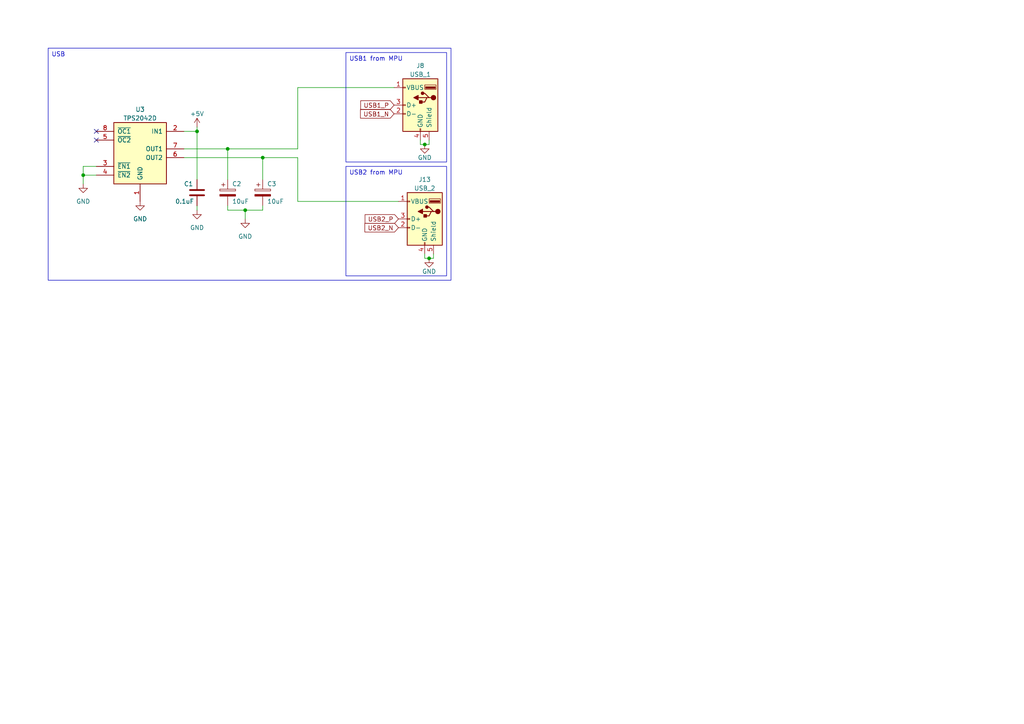
<source format=kicad_sch>
(kicad_sch (version 20230121) (generator eeschema)
  (paper "A4")
  (lib_symbols
    (symbol "Connector:USB_A" (pin_names (offset 1.016))
      (property "Reference" "J" (at -5.08 11.43 0))
      (property "Value" "USB_A" (at -5.08 8.89 0))
      (symbol "USB_A_0_1"
        (rectangle (start -5.08 -7.62) (end 5.08 7.62) (stroke (width 0.254)) (fill (type background)))
        (circle (center -3.81 2.159) (radius 0.635) (stroke (width 0.254)) (fill (type outline)))
        (rectangle (start -1.524 4.826) (end -4.318 5.334) (fill (type outline)))
        (rectangle (start -1.27 4.572) (end -4.572 5.842))
        (circle (center -0.635 3.429) (radius 0.381) (stroke (width 0.254)) (fill (type outline)))
        (rectangle (start -0.127 -7.62) (end 0.127 -6.858))
        (polyline (pts (xy -3.175 2.159) (xy -2.54 2.159) (xy -1.27 3.429) (xy -0.635 3.429)) (stroke (width 0.254)))
        (polyline (pts (xy -2.54 2.159) (xy -1.905 2.159) (xy -1.27 0.889) (xy 0 0.889)) (stroke (width 0.254)))
        (polyline (pts (xy 0.635 2.794) (xy 0.635 1.524) (xy 1.905 2.159) (xy 0.635 2.794)) (stroke (width 0.254)) (fill (type outline)))
        (rectangle (start 0.254 1.27) (end -0.508 0.508) (stroke (width 0.254)) (fill (type outline)))
        (rectangle (start 5.08 -2.667) (end 4.318 -2.413))
        (rectangle (start 5.08 -0.127) (end 4.318 0.127))
        (rectangle (start 5.08 4.953) (end 4.318 5.207))
      )
      (symbol "USB_A_1_1"
        (polyline (pts (xy -1.905 2.159) (xy 0.635 2.159)) (stroke (width 0.254)))
        (pin power_in line (at 7.62 5.08 180) (length 2.54) (name "VBUS") (number "1"))
        (pin bidirectional line (at 7.62 -2.54 180) (length 2.54) (name "D-") (number "2"))
        (pin bidirectional line (at 7.62 0 180) (length 2.54) (name "D+") (number "3"))
        (pin power_in line (at 0 -10.16 90) (length 2.54) (name "GND") (number "4"))
        (pin passive line (at -2.54 -10.16 90) (length 2.54) (name "Shield") (number "5"))
      )
    )
    (symbol "Device:C" (pin_numbers hide) (pin_names (offset 0.254))
      (property "Reference" "C" (at 0.635 2.54 0))
      (property "Value" "C" (at 0.635 -2.54 0))
      (symbol "C_0_1"
        (polyline (pts (xy -2.032 -0.762) (xy 2.032 -0.762)) (stroke (width 0.508)))
        (polyline (pts (xy -2.032 0.762) (xy 2.032 0.762)) (stroke (width 0.508)))
      )
      (symbol "C_1_1"
        (pin passive line (at 0 3.81 270) (length 2.794) (name "~") (number "1"))
        (pin passive line (at 0 -3.81 90) (length 2.794) (name "~") (number "2"))
      )
    )
    (symbol "Device:C_Polarized" (pin_numbers hide) (pin_names (offset 0.254))
      (property "Reference" "C" (at 0.635 2.54 0))
      (property "Value" "C_Polarized" (at 0.635 -2.54 0))
      (symbol "C_Polarized_0_1"
        (rectangle (start -2.286 0.508) (end 2.286 1.016))
        (polyline (pts (xy -1.778 2.286) (xy -0.762 2.286)))
        (polyline (pts (xy -1.27 2.794) (xy -1.27 1.778)))
        (rectangle (start 2.286 -0.508) (end -2.286 -1.016) (fill (type outline)))
      )
      (symbol "C_Polarized_1_1"
        (pin passive line (at 0 3.81 270) (length 2.794) (name "~") (number "1"))
        (pin passive line (at 0 -3.81 90) (length 2.794) (name "~") (number "2"))
      )
    )
    (symbol "Power_Management:TPS2042D" (pin_names (offset 1.016))
      (property "Reference" "U" (at 0 10.795 0))
      (property "Value" "TPS2042D" (at 0 8.89 0))
      (symbol "TPS2042D_0_1"
        (rectangle (start -7.62 7.62) (end 7.62 -10.16) (stroke (width 0.254)) (fill (type background)))
      )
      (symbol "TPS2042D_1_1"
        (pin power_in line (at 0 -15.24 90) (length 5.08) (name "GND") (number "1"))
        (pin power_in line (at 12.7 5.08 180) (length 5.08) (name "IN1") (number "2"))
        (pin input line (at -12.7 -5.08 0) (length 5.08) (name "~{EN1}") (number "3"))
        (pin input line (at -12.7 -7.62 0) (length 5.08) (name "~{EN2}") (number "4"))
        (pin open_collector line (at -12.7 2.54 0) (length 5.08) (name "~{OC2}") (number "5"))
        (pin power_out line (at 12.7 -2.54 180) (length 5.08) (name "OUT2") (number "6"))
        (pin power_out line (at 12.7 0 180) (length 5.08) (name "OUT1") (number "7"))
        (pin open_collector line (at -12.7 5.08 0) (length 5.08) (name "~{OC1}") (number "8"))
      )
    )
    (symbol "power:+5V" (power) (pin_names (offset 0))
      (property "Value" "+5V" (at 0 3.556 0))
      (symbol "+5V_0_1"
        (polyline (pts (xy -0.762 1.27) (xy 0 2.54)))
        (polyline (pts (xy 0 0) (xy 0 2.54)))
        (polyline (pts (xy 0 2.54) (xy 0.762 1.27)))
      )
      (symbol "+5V_1_1"
        (pin power_in line (at 0 0 90) (length 0) hide (name "+5V") (number "1"))
      )
    )
    (symbol "power:GND" (power) (pin_names (offset 0))
      (property "Value" "GND" (at 0 -3.81 0))
      (symbol "GND_0_1"
        (polyline (pts (xy 0 0) (xy 0 -1.27) (xy 1.27 -1.27) (xy 0 -2.54) (xy -1.27 -1.27) (xy 0 -1.27)))
      )
      (symbol "GND_1_1"
        (pin power_in line (at 0 0 270) (length 0) hide (name "GND") (number "1"))
      )
    )
  )
  (junction (at 66.04 43.18))
  (junction (at 24.13 50.8))
  (junction (at 76.2 45.72))
  (junction (at 123.19 41.91))
  (junction (at 71.12 60.96))
  (junction (at 124.46 74.93))
  (junction (at 57.15 38.1))
  (no_connect (at 27.94 40.64))
  (no_connect (at 27.94 38.1))
  (wire (pts (xy 86.36 43.18) (xy 86.36 25.4)))
  (wire (pts (xy 76.2 60.96) (xy 76.2 59.69)))
  (wire (pts (xy 124.46 41.91) (xy 123.19 41.91)))
  (wire (pts (xy 53.34 45.72) (xy 76.2 45.72)))
  (wire (pts (xy 86.36 25.4) (xy 114.3 25.4)))
  (wire (pts (xy 24.13 50.8) (xy 27.94 50.8)))
  (wire (pts (xy 125.73 74.93) (xy 125.73 73.66)))
  (wire (pts (xy 66.04 43.18) (xy 66.04 52.07)))
  (wire (pts (xy 123.19 74.93) (xy 123.19 73.66)))
  (wire (pts (xy 53.34 43.18) (xy 66.04 43.18)))
  (wire (pts (xy 66.04 43.18) (xy 86.36 43.18)))
  (wire (pts (xy 86.36 58.42) (xy 115.57 58.42)))
  (wire (pts (xy 66.04 60.96) (xy 66.04 59.69)))
  (wire (pts (xy 71.12 60.96) (xy 71.12 63.5)))
  (wire (pts (xy 124.46 74.93) (xy 125.73 74.93)))
  (wire (pts (xy 57.15 36.83) (xy 57.15 38.1)))
  (wire (pts (xy 124.46 74.93) (xy 123.19 74.93)))
  (wire (pts (xy 57.15 60.96) (xy 57.15 59.69)))
  (wire (pts (xy 76.2 60.96) (xy 71.12 60.96)))
  (wire (pts (xy 86.36 45.72) (xy 86.36 58.42)))
  (wire (pts (xy 24.13 50.8) (xy 24.13 53.34)))
  (wire (pts (xy 27.94 48.26) (xy 24.13 48.26)))
  (wire (pts (xy 24.13 48.26) (xy 24.13 50.8)))
  (wire (pts (xy 124.46 40.64) (xy 124.46 41.91)))
  (wire (pts (xy 76.2 45.72) (xy 76.2 52.07)))
  (wire (pts (xy 76.2 45.72) (xy 86.36 45.72)))
  (wire (pts (xy 53.34 38.1) (xy 57.15 38.1)))
  (wire (pts (xy 121.92 41.91) (xy 121.92 40.64)))
  (wire (pts (xy 123.19 41.91) (xy 121.92 41.91)))
  (wire (pts (xy 71.12 60.96) (xy 66.04 60.96)))
  (wire (pts (xy 57.15 38.1) (xy 57.15 52.07)))
  (text_box "USB2 from MPU" (at 100.33 48.26 0) (size 29.21 31.75) (effects (font (size 1.27 1.27)) (justify left top)))
  (text_box "USB1 from MPU" (at 100.33 15.24 0) (size 29.21 31.75) (effects (font (size 1.27 1.27)) (justify left top)))
  (text_box "USB" (at 13.97 13.97 0) (size 116.84 67.31) (effects (font (size 1.27 1.27)) (justify left top)))
  (global_label "USB2_P" (shape input) (at 115.57 63.5 180) (property "Intersheetrefs" "${INTERSHEET_REFS}" (effects hide)))
  (global_label "USB1_N" (shape input) (at 114.3 33.02 180) (property "Intersheetrefs" "${INTERSHEET_REFS}" (effects hide)))
  (global_label "USB2_N" (shape input) (at 115.57 66.04 180) (property "Intersheetrefs" "${INTERSHEET_REFS}" (effects hide)))
  (global_label "USB1_P" (shape input) (at 114.3 30.48 180) (property "Intersheetrefs" "${INTERSHEET_REFS}" (effects hide)))
  (symbol (lib_id "power:GND") (at 24.13 53.34 0) (unit 1)
    (property "Reference" "#PWR041" (effects hide))
    (property "Value" "GND" (at 24.13 58.42 0))
  )
  (symbol (lib_id "Device:C_Polarized") (at 76.2 55.88 0) (unit 1)
    (property "Reference" "C3" (at 77.47 53.34 0) (effects (justify left)))
    (property "Value" "10uF" (at 77.47 58.42 0) (effects (justify left)))
    (property "Footprint" "Capacitor_SMD:CP_Elec_5x5.3" (effects hide))
  )
  (symbol (lib_id "Connector:USB_A") (at 123.19 63.5 0) (mirror y) (unit 1)
    (property "Reference" "J13" (at 123.19 52.07 0))
    (property "Value" "USB_2" (at 123.19 54.61 0))
    (property "Footprint" "Connector_USB:USB_A_Molex_67643_Horizontal" (effects hide))
    (property "Datasheet" " ~" (effects hide))
  )
  (symbol (lib_id "power:GND") (at 57.15 60.96 0) (unit 1)
    (property "Reference" "#PWR042" (effects hide))
    (property "Value" "GND" (at 57.15 66.04 0))
  )
  (symbol (lib_id "Connector:USB_A") (at 121.92 30.48 0) (mirror y) (unit 1)
    (property "Reference" "J8" (at 121.92 19.05 0))
    (property "Value" "USB_1" (at 121.92 21.59 0))
    (property "Footprint" "Connector_USB:USB_A_Molex_67643_Horizontal" (effects hide))
    (property "Datasheet" " ~" (effects hide))
  )
  (symbol (lib_id "power:GND") (at 124.46 74.93 0) (mirror y) (unit 1)
    (property "Reference" "#PWR0103" (effects hide))
    (property "Value" "GND" (at 124.46 78.74 0))
  )
  (symbol (lib_id "power:GND") (at 40.64 58.42 0) (unit 1)
    (property "Reference" "#PWR040" (effects hide))
    (property "Value" "GND" (at 40.64 63.5 0))
  )
  (symbol (lib_id "Device:C_Polarized") (at 66.04 55.88 0) (unit 1)
    (property "Reference" "C2" (at 67.31 53.34 0) (effects (justify left)))
    (property "Value" "10uF" (at 67.31 58.42 0) (effects (justify left)))
    (property "Footprint" "Capacitor_SMD:CP_Elec_5x5.3" (effects hide))
  )
  (symbol (lib_id "Device:C") (at 57.15 55.88 0) (unit 1)
    (property "Reference" "C1" (at 53.34 53.34 0) (effects (justify left)))
    (property "Value" "0.1uF" (at 50.8 58.42 0) (effects (justify left)))
    (property "Footprint" "Capacitor_SMD:C_0805_2012Metric" (effects hide))
  )
  (symbol (lib_id "power:GND") (at 123.19 41.91 0) (mirror y) (unit 1)
    (property "Reference" "#PWR039" (effects hide))
    (property "Value" "GND" (at 123.19 45.72 0))
  )
  (symbol (lib_id "Power_Management:TPS2042D") (at 40.64 43.18 0) (unit 1)
    (property "Reference" "U3" (at 40.64 31.75 0))
    (property "Value" "TPS2042D" (at 40.64 34.29 0))
    (property "Footprint" "Package_SO:SOIC-8_3.9x4.9mm_P1.27mm" (effects hide))
    (property "Datasheet" "http://www.ti.com/lit/ds/symlink/tps2042.pdf" (effects hide))
  )
  (symbol (lib_id "power:+5V") (at 57.15 36.83 0) (unit 1)
    (property "Reference" "#PWR045" (effects hide))
    (property "Value" "+5V" (at 57.15 33.02 0))
  )
  (symbol (lib_id "power:GND") (at 71.12 63.5 0) (unit 1)
    (property "Reference" "#PWR046" (effects hide))
    (property "Value" "GND" (at 71.12 68.58 0))
  )
)
</source>
